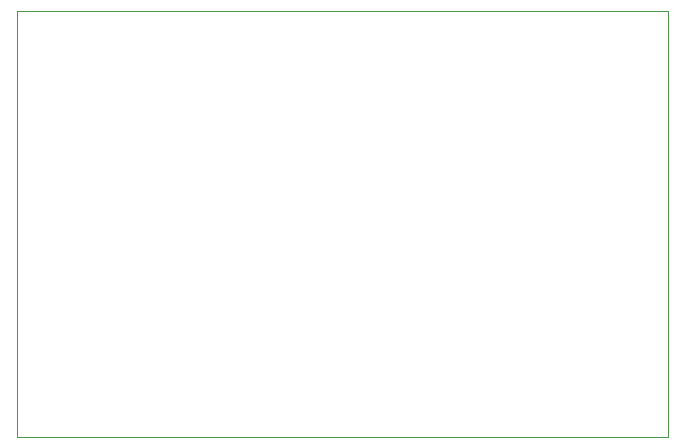
<source format=gm1>
G04 #@! TF.GenerationSoftware,KiCad,Pcbnew,(5.1.9)-1*
G04 #@! TF.CreationDate,2023-05-10T20:36:34+01:00*
G04 #@! TF.ProjectId,Memory Decoder,4d656d6f-7279-4204-9465-636f6465722e,Rev001*
G04 #@! TF.SameCoordinates,Original*
G04 #@! TF.FileFunction,Profile,NP*
%FSLAX46Y46*%
G04 Gerber Fmt 4.6, Leading zero omitted, Abs format (unit mm)*
G04 Created by KiCad (PCBNEW (5.1.9)-1) date 2023-05-10 20:36:34*
%MOMM*%
%LPD*%
G01*
G04 APERTURE LIST*
G04 #@! TA.AperFunction,Profile*
%ADD10C,0.050000*%
G04 #@! TD*
G04 APERTURE END LIST*
D10*
X97295000Y-110450000D02*
X97295000Y-74370000D01*
X152415000Y-110450000D02*
X97295000Y-110450000D01*
X152415000Y-74370000D02*
X152415000Y-110450000D01*
X97295000Y-74370000D02*
X152415000Y-74370000D01*
M02*

</source>
